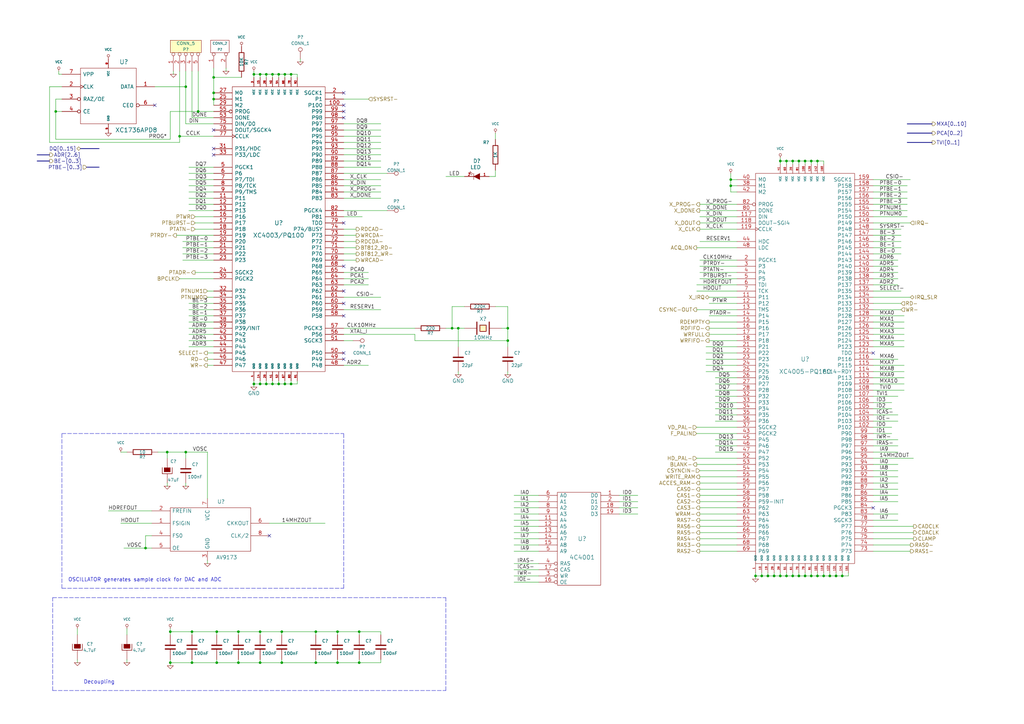
<source format=kicad_sch>
(kicad_sch (version 20250114) (generator "eeschema") (generator_version "9.0")
  (paper "A3")
  (title_block (title "Video") (date "Sun 22 Mar 2015") (rev "2.0B") (company "Kicad EDA") (comment 1 "Xilinxs"))
  (text "Decoupling" (at 34.29 280.67 0) (effects (font (size 1.524 1.524)) (justify left bottom)))
  (text "OSCILLATOR generates sample clock for DAC and ADC" (at 27.94 238.76 0) (effects (font (size 1.524 1.524)) (justify left bottom)))
  (junction (at 320.04 236.22))
  (junction (at 330.2 66.04))
  (junction (at 129.54 271.78) (diameter 0.9144))
  (junction (at 106.68 271.78) (diameter 0.9144))
  (junction (at 115.57 259.08) (diameter 0.9144))
  (junction (at 109.22 157.48))
  (junction (at 119.38 30.48))
  (junction (at 73.66 55.88) (diameter 0.9144))
  (junction (at 119.38 157.48))
  (junction (at 147.32 271.78) (diameter 0.9144))
  (junction (at 97.79 259.08) (diameter 0.9144))
  (junction (at 147.32 259.08) (diameter 0.9144))
  (junction (at 208.28 134.62) (diameter 0.9144))
  (junction (at 106.68 259.08) (diameter 0.9144))
  (junction (at 335.28 236.22))
  (junction (at 97.79 271.78) (diameter 0.9144))
  (junction (at 320.04 66.04))
  (junction (at 327.66 236.22))
  (junction (at 322.58 236.22))
  (junction (at 106.68 30.48))
  (junction (at 87.63 31.75) (diameter 0.9144))
  (junction (at 116.84 157.48))
  (junction (at 87.63 38.1) (diameter 0.9144))
  (junction (at 78.74 271.78) (diameter 0.9144))
  (junction (at 327.66 66.04))
  (junction (at 335.28 66.04))
  (junction (at 340.36 236.22))
  (junction (at 345.44 236.22))
  (junction (at 138.43 271.78) (diameter 0.9144))
  (junction (at 81.28 45.72) (diameter 0.9144))
  (junction (at 322.58 66.04))
  (junction (at 116.84 30.48))
  (junction (at 109.22 30.48))
  (junction (at 337.82 236.22))
  (junction (at 69.85 259.08) (diameter 0.9144))
  (junction (at 76.2 35.56) (diameter 0.9144))
  (junction (at 104.14 30.48))
  (junction (at 138.43 259.08) (diameter 0.9144))
  (junction (at 114.3 157.48))
  (junction (at 299.72 76.2) (diameter 0.9144))
  (junction (at 69.85 271.78) (diameter 0.9144))
  (junction (at 129.54 259.08) (diameter 0.9144))
  (junction (at 317.5 236.22))
  (junction (at 111.76 30.48))
  (junction (at 76.2 185.42) (diameter 0.9144))
  (junction (at 299.72 73.66) (diameter 0.9144))
  (junction (at 185.42 134.62) (diameter 0.9144))
  (junction (at 115.57 271.78) (diameter 0.9144))
  (junction (at 309.88 236.22))
  (junction (at 104.14 157.48))
  (junction (at 78.74 259.08) (diameter 0.9144))
  (junction (at 111.76 157.48))
  (junction (at 88.9 259.08) (diameter 0.9144))
  (junction (at 325.12 236.22))
  (junction (at 314.96 236.22))
  (junction (at 22.86 45.72) (diameter 0.9144))
  (junction (at 88.9 271.78) (diameter 0.9144))
  (junction (at 59.69 224.79) (diameter 0.9144))
  (junction (at 332.74 236.22))
  (junction (at 332.74 66.04))
  (junction (at 312.42 236.22))
  (junction (at 325.12 66.04))
  (junction (at 114.3 30.48))
  (junction (at 68.58 185.42) (diameter 0.9144))
  (junction (at 187.96 134.62) (diameter 0.9144))
  (junction (at 106.68 157.48))
  (junction (at 87.63 40.64) (diameter 0.9144))
  (junction (at 342.9 236.22))
  (junction (at 208.28 139.7) (diameter 0.9144))
  (junction (at 330.2 236.22))
  (no_connect (at 140.97 119.38))
  (no_connect (at 140.97 45.72))
  (no_connect (at 140.97 109.22))
  (no_connect (at 87.63 60.96))
  (no_connect (at 140.97 43.18))
  (no_connect (at 140.97 38.1))
  (no_connect (at 358.14 144.78))
  (no_connect (at 140.97 129.54))
  (no_connect (at 140.97 147.32))
  (no_connect (at 140.97 124.46))
  (no_connect (at 358.14 208.28))
  (no_connect (at 63.5 43.18))
  (no_connect (at 140.97 144.78))
  (no_connect (at 87.63 63.5))
  (no_connect (at 140.97 91.44))
  (no_connect (at 110.49 219.71))
  (no_connect (at 140.97 48.26))
  (no_connect (at 87.63 53.34))
  (wire (pts (xy 76.2 185.42) (xy 85.09 185.42)))
  (wire (pts (xy 330.2 66.04) (xy 330.2 67.31)))
  (wire (pts (xy 345.44 234.95) (xy 345.44 236.22)))
  (wire (pts (xy 73.66 55.88) (xy 87.63 55.88)))
  (wire (pts (xy 129.54 271.78) (xy 138.43 271.78)))
  (wire (pts (xy 342.9 236.22) (xy 345.44 236.22)))
  (wire (pts (xy 85.09 149.86) (xy 87.63 149.86)))
  (wire (pts (xy 220.98 220.98) (xy 210.82 220.98)))
  (wire (pts (xy 287.02 210.82) (xy 302.26 210.82)))
  (wire (pts (xy 78.74 29.21) (xy 78.74 48.26)))
  (wire (pts (xy 358.14 162.56) (xy 368.3 162.56)))
  (wire (pts (xy 87.63 132.08) (xy 77.47 132.08)))
  (wire (pts (xy 327.66 66.04) (xy 330.2 66.04)))
  (wire (pts (xy 78.74 48.26) (xy 87.63 48.26)))
  (wire (pts (xy 203.2 54.61) (xy 203.2 57.15)))
  (wire (pts (xy 208.28 125.73) (xy 208.28 134.62)))
  (wire (pts (xy 358.14 139.7) (xy 370.84 139.7)))
  (wire (pts (xy 140.97 101.6) (xy 146.05 101.6)))
  (wire (pts (xy 347.98 234.95) (xy 347.98 236.22)))
  (wire (pts (xy 337.82 67.31) (xy 337.82 66.04)))
  (wire (pts (xy 302.26 152.4) (xy 289.56 152.4)))
  (wire (pts (xy 24.13 30.48) (xy 25.4 30.48)))
  (wire (pts (xy 302.26 137.16) (xy 290.83 137.16)))
  (wire (pts (xy 109.22 157.48) (xy 111.76 157.48)))
  (wire (pts (xy 342.9 234.95) (xy 342.9 236.22)))
  (wire (pts (xy 68.58 199.39) (xy 68.58 198.12)))
  (wire (pts (xy 299.72 78.74) (xy 302.26 78.74)))
  (wire (pts (xy 358.14 177.8) (xy 365.76 177.8)))
  (wire (pts (xy 368.3 182.88) (xy 358.14 182.88)))
  (wire (pts (xy 287.02 208.28) (xy 302.26 208.28)))
  (wire (pts (xy 140.97 121.92) (xy 156.21 121.92)))
  (wire (pts (xy 358.14 154.94) (xy 370.84 154.94)))
  (wire (pts (xy 104.14 157.48) (xy 106.68 157.48)))
  (wire (pts (xy 77.47 76.2) (xy 87.63 76.2)))
  (wire (pts (xy 52.07 271.78) (xy 52.07 270.51)))
  (wire (pts (xy 358.14 147.32) (xy 368.3 147.32)))
  (wire (pts (xy 140.97 50.8) (xy 156.21 50.8)))
  (wire (pts (xy 115.57 259.08) (xy 115.57 260.35)))
  (wire (pts (xy 109.22 30.48) (xy 111.76 30.48)))
  (wire (pts (xy 358.14 187.96) (xy 374.65 187.96)))
  (wire (pts (xy 114.3 156.21) (xy 114.3 157.48)))
  (wire (pts (xy 123.19 24.13) (xy 123.19 25.4)))
  (wire (pts (xy 358.14 175.26) (xy 365.76 175.26)))
  (wire (pts (xy 287.02 193.04) (xy 302.26 193.04)))
  (wire (pts (xy 299.72 73.66) (xy 302.26 73.66)))
  (wire (pts (xy 330.2 66.04) (xy 332.74 66.04)))
  (wire (pts (xy 287.02 226.06) (xy 302.26 226.06)))
  (wire (pts (xy 302.26 114.3) (xy 287.02 114.3)))
  (wire (pts (xy 140.97 86.36) (xy 158.75 86.36)))
  (wire (pts (xy 187.96 153.67) (xy 187.96 152.4)))
  (bus (pts (xy 33.02 60.96) (xy 40.64 60.96)))
  (wire (pts (xy 220.98 218.44) (xy 210.82 218.44)))
  (wire (pts (xy 254 210.82) (xy 261.62 210.82)))
  (wire (pts (xy 87.63 139.7) (xy 77.47 139.7)))
  (wire (pts (xy 52.07 185.42) (xy 49.53 185.42)))
  (wire (pts (xy 140.97 104.14) (xy 146.05 104.14)))
  (wire (pts (xy 287.02 203.2) (xy 302.26 203.2)))
  (wire (pts (xy 106.68 156.21) (xy 106.68 157.48)))
  (wire (pts (xy 220.98 205.74) (xy 210.82 205.74)))
  (wire (pts (xy 20.32 35.56) (xy 20.32 58.42)))
  (wire (pts (xy 119.38 30.48) (xy 119.38 31.75)))
  (wire (pts (xy 140.97 53.34) (xy 156.21 53.34)))
  (wire (pts (xy 87.63 129.54) (xy 77.47 129.54)))
  (wire (pts (xy 140.97 78.74) (xy 156.21 78.74)))
  (wire (pts (xy 302.26 147.32) (xy 289.56 147.32)))
  (wire (pts (xy 293.37 167.64) (xy 302.26 167.64)))
  (wire (pts (xy 111.76 30.48) (xy 111.76 31.75)))
  (wire (pts (xy 138.43 271.78) (xy 147.32 271.78)))
  (wire (pts (xy 358.14 223.52) (xy 373.38 223.52)))
  (wire (pts (xy 299.72 71.12) (xy 299.72 73.66)))
  (wire (pts (xy 69.85 45.72) (xy 81.28 45.72)))
  (wire (pts (xy 140.97 73.66) (xy 156.21 73.66)))
  (wire (pts (xy 293.37 185.42) (xy 302.26 185.42)))
  (wire (pts (xy 290.83 134.62) (xy 302.26 134.62)))
  (wire (pts (xy 358.14 160.02) (xy 370.84 160.02)))
  (wire (pts (xy 77.47 86.36) (xy 87.63 86.36)))
  (wire (pts (xy 170.18 139.7) (xy 170.18 137.16)))
  (wire (pts (xy 69.85 271.78) (xy 69.85 273.05)))
  (wire (pts (xy 140.97 68.58) (xy 156.21 68.58)))
  (wire (pts (xy 182.88 72.39) (xy 190.5 72.39)))
  (wire (pts (xy 290.83 139.7) (xy 302.26 139.7)))
  (wire (pts (xy 335.28 236.22) (xy 337.82 236.22)))
  (wire (pts (xy 106.68 157.48) (xy 109.22 157.48)))
  (wire (pts (xy 325.12 236.22) (xy 327.66 236.22)))
  (wire (pts (xy 88.9 259.08) (xy 88.9 260.35)))
  (wire (pts (xy 358.14 215.9) (xy 374.65 215.9)))
  (wire (pts (xy 52.07 257.81) (xy 52.07 260.35)))
  (wire (pts (xy 88.9 270.51) (xy 88.9 271.78)))
  (wire (pts (xy 369.57 96.52) (xy 358.14 96.52)))
  (wire (pts (xy 88.9 271.78) (xy 97.79 271.78)))
  (wire (pts (xy 358.14 134.62) (xy 370.84 134.62)))
  (wire (pts (xy 287.02 93.98) (xy 302.26 93.98)))
  (polyline (pts (xy 25.4 177.8) (xy 140.97 177.8)) (stroke (width 0) (type dash)))
  (wire (pts (xy 368.3 203.2) (xy 358.14 203.2)))
  (wire (pts (xy 140.97 139.7) (xy 144.78 139.7)))
  (wire (pts (xy 368.3 198.12) (xy 358.14 198.12)))
  (wire (pts (xy 358.14 73.66) (xy 373.38 73.66)))
  (wire (pts (xy 320.04 236.22) (xy 322.58 236.22)))
  (wire (pts (xy 156.21 271.78) (xy 156.21 270.51)))
  (wire (pts (xy 87.63 38.1) (xy 87.63 40.64)))
  (wire (pts (xy 129.54 259.08) (xy 138.43 259.08)))
  (wire (pts (xy 140.97 76.2) (xy 156.21 76.2)))
  (wire (pts (xy 80.01 93.98) (xy 87.63 93.98)))
  (wire (pts (xy 335.28 67.31) (xy 335.28 66.04)))
  (wire (pts (xy 220.98 213.36) (xy 210.82 213.36)))
  (wire (pts (xy 140.97 106.68) (xy 146.05 106.68)))
  (wire (pts (xy 24.13 29.21) (xy 24.13 30.48)))
  (wire (pts (xy 358.14 165.1) (xy 365.76 165.1)))
  (wire (pts (xy 115.57 271.78) (xy 129.54 271.78)))
  (wire (pts (xy 77.47 71.12) (xy 87.63 71.12)))
  (wire (pts (xy 88.9 259.08) (xy 97.79 259.08)))
  (wire (pts (xy 87.63 101.6) (xy 74.93 101.6)))
  (wire (pts (xy 111.76 156.21) (xy 111.76 157.48)))
  (wire (pts (xy 147.32 271.78) (xy 156.21 271.78)))
  (wire (pts (xy 302.26 109.22) (xy 287.02 109.22)))
  (wire (pts (xy 372.11 88.9) (xy 358.14 88.9)))
  (wire (pts (xy 140.97 81.28) (xy 156.21 81.28)))
  (wire (pts (xy 372.11 83.82) (xy 358.14 83.82)))
  (wire (pts (xy 358.14 149.86) (xy 370.84 149.86)))
  (wire (pts (xy 254 205.74) (xy 261.62 205.74)))
  (wire (pts (xy 293.37 162.56) (xy 302.26 162.56)))
  (wire (pts (xy 111.76 30.48) (xy 114.3 30.48)))
  (wire (pts (xy 368.3 172.72) (xy 358.14 172.72)))
  (wire (pts (xy 358.14 91.44) (xy 373.38 91.44)))
  (wire (pts (xy 372.11 86.36) (xy 358.14 86.36)))
  (bus (pts (xy 15.24 63.5) (xy 20.32 63.5)))
  (wire (pts (xy 69.85 259.08) (xy 69.85 260.35)))
  (wire (pts (xy 116.84 30.48) (xy 116.84 31.75)))
  (polyline (pts (xy 25.4 241.3) (xy 140.97 241.3)) (stroke (width 0) (type dash)))
  (wire (pts (xy 299.72 73.66) (xy 299.72 76.2)))
  (wire (pts (xy 80.01 88.9) (xy 87.63 88.9)))
  (wire (pts (xy 119.38 30.48) (xy 121.92 30.48)))
  (wire (pts (xy 78.74 260.35) (xy 78.74 259.08)))
  (wire (pts (xy 59.69 224.79) (xy 59.69 219.71)))
  (wire (pts (xy 358.14 121.92) (xy 373.38 121.92)))
  (wire (pts (xy 337.82 66.04) (xy 335.28 66.04)))
  (wire (pts (xy 312.42 236.22) (xy 314.96 236.22)))
  (wire (pts (xy 50.8 224.79) (xy 59.69 224.79)))
  (wire (pts (xy 115.57 270.51) (xy 115.57 271.78)))
  (wire (pts (xy 287.02 215.9) (xy 302.26 215.9)))
  (wire (pts (xy 340.36 236.22) (xy 342.9 236.22)))
  (wire (pts (xy 71.12 30.48) (xy 71.12 29.21)))
  (wire (pts (xy 69.85 271.78) (xy 78.74 271.78)))
  (wire (pts (xy 140.97 111.76) (xy 151.13 111.76)))
  (wire (pts (xy 358.14 142.24) (xy 370.84 142.24)))
  (bus (pts (xy 372.11 50.8) (xy 382.27 50.8)))
  (wire (pts (xy 220.98 238.76) (xy 210.82 238.76)))
  (wire (pts (xy 77.47 83.82) (xy 87.63 83.82)))
  (wire (pts (xy 140.97 99.06) (xy 146.05 99.06)))
  (wire (pts (xy 140.97 88.9) (xy 148.59 88.9)))
  (wire (pts (xy 138.43 259.08) (xy 147.32 259.08)))
  (wire (pts (xy 77.47 81.28) (xy 87.63 81.28)))
  (wire (pts (xy 285.75 177.8) (xy 302.26 177.8)))
  (wire (pts (xy 287.02 223.52) (xy 302.26 223.52)))
  (wire (pts (xy 140.97 93.98) (xy 146.05 93.98)))
  (wire (pts (xy 205.74 134.62) (xy 208.28 134.62)))
  (wire (pts (xy 368.3 210.82) (xy 358.14 210.82)))
  (wire (pts (xy 182.88 134.62) (xy 185.42 134.62)))
  (bus (pts (xy 15.24 66.04) (xy 20.32 66.04)))
  (wire (pts (xy 104.14 30.48) (xy 106.68 30.48)))
  (wire (pts (xy 358.14 132.08) (xy 370.84 132.08)))
  (wire (pts (xy 156.21 127) (xy 140.97 127)))
  (wire (pts (xy 287.02 200.66) (xy 302.26 200.66)))
  (wire (pts (xy 287.02 88.9) (xy 302.26 88.9)))
  (wire (pts (xy 322.58 66.04) (xy 325.12 66.04)))
  (wire (pts (xy 77.47 73.66) (xy 87.63 73.66)))
  (wire (pts (xy 309.88 236.22) (xy 312.42 236.22)))
  (wire (pts (xy 368.3 205.74) (xy 358.14 205.74)))
  (wire (pts (xy 317.5 234.95) (xy 317.5 236.22)))
  (wire (pts (xy 85.09 144.78) (xy 87.63 144.78)))
  (wire (pts (xy 335.28 234.95) (xy 335.28 236.22)))
  (wire (pts (xy 325.12 66.04) (xy 327.66 66.04)))
  (wire (pts (xy 208.28 134.62) (xy 208.28 139.7)))
  (wire (pts (xy 87.63 27.94) (xy 87.63 31.75)))
  (wire (pts (xy 104.14 156.21) (xy 104.14 157.48)))
  (polyline (pts (xy 21.59 283.21) (xy 182.88 283.21)) (stroke (width 0) (type dash)))
  (wire (pts (xy 76.2 35.56) (xy 76.2 50.8)))
  (wire (pts (xy 20.32 58.42) (xy 73.66 58.42)))
  (wire (pts (xy 114.3 30.48) (xy 116.84 30.48)))
  (wire (pts (xy 187.96 134.62) (xy 187.96 142.24)))
  (wire (pts (xy 302.26 99.06) (xy 287.02 99.06)))
  (wire (pts (xy 358.14 106.68) (xy 368.3 106.68)))
  (wire (pts (xy 119.38 156.21) (xy 119.38 157.48)))
  (wire (pts (xy 322.58 66.04) (xy 322.58 67.31)))
  (wire (pts (xy 78.74 270.51) (xy 78.74 271.78)))
  (wire (pts (xy 320.04 66.04) (xy 320.04 67.31)))
  (wire (pts (xy 85.09 147.32) (xy 87.63 147.32)))
  (wire (pts (xy 85.09 119.38) (xy 87.63 119.38)))
  (wire (pts (xy 119.38 157.48) (xy 121.92 157.48)))
  (wire (pts (xy 140.97 116.84) (xy 151.13 116.84)))
  (wire (pts (xy 340.36 234.95) (xy 340.36 236.22)))
  (wire (pts (xy 285.75 187.96) (xy 302.26 187.96)))
  (wire (pts (xy 358.14 129.54) (xy 370.84 129.54)))
  (wire (pts (xy 220.98 215.9) (xy 210.82 215.9)))
  (wire (pts (xy 92.71 29.21) (xy 92.71 27.94)))
  (wire (pts (xy 76.2 185.42) (xy 76.2 187.96)))
  (wire (pts (xy 293.37 165.1) (xy 302.26 165.1)))
  (wire (pts (xy 314.96 234.95) (xy 314.96 236.22)))
  (wire (pts (xy 368.3 180.34) (xy 358.14 180.34)))
  (wire (pts (xy 22.86 40.64) (xy 22.86 45.72)))
  (wire (pts (xy 104.14 29.21) (xy 104.14 30.48)))
  (wire (pts (xy 76.2 199.39) (xy 76.2 198.12)))
  (wire (pts (xy 72.39 96.52) (xy 87.63 96.52)))
  (wire (pts (xy 44.45 209.55) (xy 62.23 209.55)))
  (wire (pts (xy 369.57 104.14) (xy 358.14 104.14)))
  (polyline (pts (xy 21.59 245.11) (xy 182.88 245.11)) (stroke (width 0) (type dash)))
  (wire (pts (xy 345.44 236.22) (xy 347.98 236.22)))
  (wire (pts (xy 77.47 68.58) (xy 87.63 68.58)))
  (wire (pts (xy 151.13 149.86) (xy 140.97 149.86)))
  (wire (pts (xy 287.02 86.36) (xy 302.26 86.36)))
  (wire (pts (xy 109.22 156.21) (xy 109.22 157.48)))
  (wire (pts (xy 372.11 78.74) (xy 358.14 78.74)))
  (wire (pts (xy 116.84 156.21) (xy 116.84 157.48)))
  (wire (pts (xy 302.26 142.24) (xy 289.56 142.24)))
  (wire (pts (xy 63.5 35.56) (xy 76.2 35.56)))
  (wire (pts (xy 87.63 134.62) (xy 77.47 134.62)))
  (wire (pts (xy 220.98 226.06) (xy 210.82 226.06)))
  (wire (pts (xy 31.75 271.78) (xy 31.75 270.51)))
  (wire (pts (xy 69.85 57.15) (xy 69.85 45.72)))
  (wire (pts (xy 368.3 190.5) (xy 358.14 190.5)))
  (wire (pts (xy 187.96 134.62) (xy 190.5 134.62)))
  (wire (pts (xy 147.32 259.08) (xy 147.32 260.35)))
  (wire (pts (xy 104.14 157.48) (xy 104.14 158.75)))
  (wire (pts (xy 368.3 213.36) (xy 358.14 213.36)))
  (wire (pts (xy 111.76 157.48) (xy 114.3 157.48)))
  (wire (pts (xy 116.84 30.48) (xy 119.38 30.48)))
  (wire (pts (xy 325.12 66.04) (xy 325.12 67.31)))
  (wire (pts (xy 287.02 83.82) (xy 302.26 83.82)))
  (wire (pts (xy 185.42 125.73) (xy 190.5 125.73)))
  (wire (pts (xy 358.14 119.38) (xy 369.57 119.38)))
  (wire (pts (xy 287.02 106.68) (xy 302.26 106.68)))
  (wire (pts (xy 322.58 236.22) (xy 325.12 236.22)))
  (wire (pts (xy 309.88 234.95) (xy 309.88 236.22)))
  (wire (pts (xy 208.28 139.7) (xy 208.28 142.24)))
  (wire (pts (xy 25.4 45.72) (xy 22.86 45.72)))
  (wire (pts (xy 129.54 259.08) (xy 129.54 260.35)))
  (wire (pts (xy 85.09 185.42) (xy 85.09 204.47)))
  (wire (pts (xy 185.42 125.73) (xy 185.42 134.62)))
  (wire (pts (xy 68.58 185.42) (xy 76.2 185.42)))
  (wire (pts (xy 106.68 30.48) (xy 106.68 31.75)))
  (wire (pts (xy 358.14 167.64) (xy 365.76 167.64)))
  (wire (pts (xy 327.66 66.04) (xy 327.66 67.31)))
  (wire (pts (xy 293.37 172.72) (xy 302.26 172.72)))
  (wire (pts (xy 358.14 218.44) (xy 374.65 218.44)))
  (bus (pts (xy 35.56 68.58) (xy 40.64 68.58)))
  (wire (pts (xy 77.47 78.74) (xy 87.63 78.74)))
  (wire (pts (xy 68.58 185.42) (xy 68.58 187.96)))
  (wire (pts (xy 368.3 111.76) (xy 358.14 111.76)))
  (wire (pts (xy 109.22 30.48) (xy 109.22 31.75)))
  (wire (pts (xy 22.86 45.72) (xy 22.86 57.15)))
  (wire (pts (xy 49.53 214.63) (xy 62.23 214.63)))
  (wire (pts (xy 337.82 236.22) (xy 340.36 236.22)))
  (wire (pts (xy 87.63 99.06) (xy 74.93 99.06)))
  (wire (pts (xy 59.69 219.71) (xy 62.23 219.71)))
  (bus (pts (xy 372.11 54.61) (xy 382.27 54.61)))
  (wire (pts (xy 287.02 198.12) (xy 302.26 198.12)))
  (wire (pts (xy 140.97 55.88) (xy 156.21 55.88)))
  (wire (pts (xy 320.04 234.95) (xy 320.04 236.22)))
  (wire (pts (xy 156.21 259.08) (xy 156.21 260.35)))
  (wire (pts (xy 85.09 121.92) (xy 87.63 121.92)))
  (wire (pts (xy 293.37 182.88) (xy 302.26 182.88)))
  (wire (pts (xy 368.3 195.58) (xy 358.14 195.58)))
  (wire (pts (xy 185.42 134.62) (xy 187.96 134.62)))
  (wire (pts (xy 140.97 96.52) (xy 146.05 96.52)))
  (wire (pts (xy 287.02 220.98) (xy 302.26 220.98)))
  (wire (pts (xy 138.43 271.78) (xy 138.43 270.51)))
  (wire (pts (xy 302.26 149.86) (xy 289.56 149.86)))
  (wire (pts (xy 327.66 234.95) (xy 327.66 236.22)))
  (wire (pts (xy 106.68 259.08) (xy 106.68 260.35)))
  (wire (pts (xy 332.74 236.22) (xy 335.28 236.22)))
  (wire (pts (xy 64.77 185.42) (xy 68.58 185.42)))
  (wire (pts (xy 140.97 134.62) (xy 170.18 134.62)))
  (wire (pts (xy 104.14 30.48) (xy 104.14 31.75)))
  (wire (pts (xy 73.66 58.42) (xy 73.66 55.88)))
  (wire (pts (xy 220.98 203.2) (xy 210.82 203.2)))
  (wire (pts (xy 287.02 195.58) (xy 302.26 195.58)))
  (wire (pts (xy 368.3 114.3) (xy 358.14 114.3)))
  (wire (pts (xy 81.28 45.72) (xy 87.63 45.72)))
  (wire (pts (xy 129.54 271.78) (xy 129.54 270.51)))
  (wire (pts (xy 299.72 76.2) (xy 302.26 76.2)))
  (wire (pts (xy 78.74 271.78) (xy 88.9 271.78)))
  (wire (pts (xy 358.14 226.06) (xy 373.38 226.06)))
  (wire (pts (xy 147.32 259.08) (xy 156.21 259.08)))
  (wire (pts (xy 97.79 259.08) (xy 106.68 259.08)))
  (wire (pts (xy 358.14 124.46) (xy 369.57 124.46)))
  (wire (pts (xy 106.68 271.78) (xy 115.57 271.78)))
  (wire (pts (xy 368.3 185.42) (xy 358.14 185.42)))
  (wire (pts (xy 59.69 224.79) (xy 62.23 224.79)))
  (wire (pts (xy 325.12 234.95) (xy 325.12 236.22)))
  (wire (pts (xy 106.68 30.48) (xy 109.22 30.48)))
  (wire (pts (xy 285.75 116.84) (xy 302.26 116.84)))
  (wire (pts (xy 254 203.2) (xy 261.62 203.2)))
  (wire (pts (xy 293.37 170.18) (xy 302.26 170.18)))
  (wire (pts (xy 302.26 124.46) (xy 290.83 124.46)))
  (wire (pts (xy 309.88 236.22) (xy 309.88 237.49)))
  (wire (pts (xy 293.37 180.34) (xy 302.26 180.34)))
  (wire (pts (xy 31.75 257.81) (xy 31.75 260.35)))
  (wire (pts (xy 110.49 214.63) (xy 133.35 214.63)))
  (wire (pts (xy 302.26 129.54) (xy 290.83 129.54)))
  (wire (pts (xy 106.68 259.08) (xy 115.57 259.08)))
  (wire (pts (xy 220.98 231.14) (xy 210.82 231.14)))
  (wire (pts (xy 220.98 236.22) (xy 210.82 236.22)))
  (wire (pts (xy 322.58 234.95) (xy 322.58 236.22)))
  (wire (pts (xy 114.3 157.48) (xy 116.84 157.48)))
  (wire (pts (xy 81.28 29.21) (xy 81.28 45.72)))
  (wire (pts (xy 106.68 270.51) (xy 106.68 271.78)))
  (wire (pts (xy 87.63 127) (xy 77.47 127)))
  (wire (pts (xy 332.74 234.95) (xy 332.74 236.22)))
  (wire (pts (xy 121.92 30.48) (xy 121.92 31.75)))
  (wire (pts (xy 69.85 270.51) (xy 69.85 271.78)))
  (wire (pts (xy 220.98 223.52) (xy 210.82 223.52)))
  (wire (pts (xy 203.2 125.73) (xy 208.28 125.73)))
  (wire (pts (xy 147.32 271.78) (xy 147.32 270.51)))
  (wire (pts (xy 114.3 30.48) (xy 114.3 31.75)))
  (wire (pts (xy 140.97 60.96) (xy 156.21 60.96)))
  (wire (pts (xy 69.85 257.81) (xy 69.85 259.08)))
  (wire (pts (xy 368.3 193.04) (xy 358.14 193.04)))
  (wire (pts (xy 320.04 64.77) (xy 320.04 66.04)))
  (wire (pts (xy 358.14 137.16) (xy 370.84 137.16)))
  (wire (pts (xy 293.37 160.02) (xy 302.26 160.02)))
  (polyline (pts (xy 182.88 283.21) (xy 182.88 245.11)) (stroke (width 0) (type dash)))
  (wire (pts (xy 285.75 190.5) (xy 302.26 190.5)))
  (wire (pts (xy 208.28 152.4) (xy 208.28 153.67)))
  (wire (pts (xy 320.04 66.04) (xy 322.58 66.04)))
  (wire (pts (xy 285.75 119.38) (xy 302.26 119.38)))
  (wire (pts (xy 372.11 76.2) (xy 358.14 76.2)))
  (wire (pts (xy 140.97 66.04) (xy 156.21 66.04)))
  (wire (pts (xy 302.26 144.78) (xy 289.56 144.78)))
  (wire (pts (xy 87.63 104.14) (xy 74.93 104.14)))
  (wire (pts (xy 220.98 208.28) (xy 210.82 208.28)))
  (wire (pts (xy 203.2 72.39) (xy 203.2 69.85)))
  (wire (pts (xy 140.97 114.3) (xy 151.13 114.3)))
  (wire (pts (xy 314.96 236.22) (xy 317.5 236.22)))
  (wire (pts (xy 87.63 40.64) (xy 87.63 43.18)))
  (wire (pts (xy 220.98 210.82) (xy 210.82 210.82)))
  (wire (pts (xy 87.63 142.24) (xy 77.47 142.24)))
  (wire (pts (xy 302.26 111.76) (xy 287.02 111.76)))
  (wire (pts (xy 285.75 175.26) (xy 302.26 175.26)))
  (wire (pts (xy 369.57 99.06) (xy 358.14 99.06)))
  (wire (pts (xy 372.11 81.28) (xy 358.14 81.28)))
  (wire (pts (xy 369.57 93.98) (xy 358.14 93.98)))
  (wire (pts (xy 287.02 218.44) (xy 302.26 218.44)))
  (wire (pts (xy 299.72 76.2) (xy 299.72 78.74)))
  (wire (pts (xy 368.3 109.22) (xy 358.14 109.22)))
  (wire (pts (xy 327.66 236.22) (xy 330.2 236.22)))
  (wire (pts (xy 138.43 259.08) (xy 138.43 260.35)))
  (wire (pts (xy 332.74 66.04) (xy 332.74 67.31)))
  (wire (pts (xy 358.14 220.98) (xy 374.65 220.98)))
  (wire (pts (xy 87.63 114.3) (xy 73.66 114.3)))
  (wire (pts (xy 254 208.28) (xy 261.62 208.28)))
  (wire (pts (xy 87.63 31.75) (xy 87.63 38.1)))
  (wire (pts (xy 220.98 233.68) (xy 210.82 233.68)))
  (wire (pts (xy 302.26 121.92) (xy 290.83 121.92)))
  (wire (pts (xy 302.26 132.08) (xy 290.83 132.08)))
  (wire (pts (xy 151.13 40.64) (xy 140.97 40.64)))
  (wire (pts (xy 312.42 234.95) (xy 312.42 236.22)))
  (polyline (pts (xy 25.4 241.3) (xy 25.4 177.8)) (stroke (width 0) (type dash)))
  (bus (pts (xy 372.11 58.42) (xy 382.27 58.42)))
  (polyline (pts (xy 21.59 283.21) (xy 21.59 245.11)) (stroke (width 0) (type dash)))
  (wire (pts (xy 97.79 271.78) (xy 106.68 271.78)))
  (wire (pts (xy 287.02 205.74) (xy 302.26 205.74)))
  (wire (pts (xy 208.28 139.7) (xy 170.18 139.7)))
  (wire (pts (xy 73.66 29.21) (xy 73.66 55.88)))
  (wire (pts (xy 22.86 57.15) (xy 69.85 57.15)))
  (wire (pts (xy 80.01 91.44) (xy 87.63 91.44)))
  (wire (pts (xy 337.82 234.95) (xy 337.82 236.22)))
  (wire (pts (xy 87.63 31.75) (xy 99.06 31.75)))
  (wire (pts (xy 200.66 72.39) (xy 203.2 72.39)))
  (wire (pts (xy 287.02 213.36) (xy 302.26 213.36)))
  (wire (pts (xy 87.63 124.46) (xy 77.47 124.46)))
  (wire (pts (xy 87.63 137.16) (xy 77.47 137.16)))
  (wire (pts (xy 358.14 127) (xy 369.57 127)))
  (wire (pts (xy 358.14 152.4) (xy 370.84 152.4)))
  (wire (pts (xy 25.4 35.56) (xy 20.32 35.56)))
  (wire (pts (xy 87.63 106.68) (xy 74.93 106.68)))
  (wire (pts (xy 358.14 157.48) (xy 370.84 157.48)))
  (wire (pts (xy 332.74 66.04) (xy 335.28 66.04)))
  (wire (pts (xy 97.79 270.51) (xy 97.79 271.78)))
  (wire (pts (xy 116.84 157.48) (xy 119.38 157.48)))
  (polyline (pts (xy 140.97 241.3) (xy 140.97 177.8)) (stroke (width 0) (type dash)))
  (wire (pts (xy 368.3 170.18) (xy 358.14 170.18)))
  (wire (pts (xy 285.75 101.6) (xy 302.26 101.6)))
  (wire (pts (xy 285.75 127) (xy 302.26 127)))
  (wire (pts (xy 140.97 71.12) (xy 158.75 71.12)))
  (wire (pts (xy 369.57 101.6) (xy 358.14 101.6)))
  (wire (pts (xy 25.4 40.64) (xy 22.86 40.64)))
  (wire (pts (xy 330.2 236.22) (xy 332.74 236.22)))
  (wire (pts (xy 85.09 229.87) (xy 85.09 231.14)))
  (wire (pts (xy 76.2 50.8) (xy 87.63 50.8)))
  (wire (pts (xy 140.97 63.5) (xy 156.21 63.5)))
  (wire (pts (xy 69.85 259.08) (xy 78.74 259.08)))
  (wire (pts (xy 76.2 29.21) (xy 76.2 35.56)))
  (wire (pts (xy 368.3 116.84) (xy 358.14 116.84)))
  (wire (pts (xy 121.92 157.48) (xy 121.92 156.21)))
  (wire (pts (xy 287.02 91.44) (xy 302.26 91.44)))
  (wire (pts (xy 78.74 259.08) (xy 88.9 259.08)))
  (wire (pts (xy 115.57 259.08) (xy 129.54 259.08)))
  (wire (pts (xy 317.5 236.22) (xy 320.04 236.22)))
  (wire (pts (xy 330.2 234.95) (xy 330.2 236.22)))
  (wire (pts (xy 368.3 200.66) (xy 358.14 200.66)))
  (wire (pts (xy 80.01 111.76) (xy 87.63 111.76)))
  (wire (pts (xy 302.26 154.94) (xy 293.37 154.94)))
  (wire (pts (xy 140.97 58.42) (xy 156.21 58.42)))
  (wire (pts (xy 170.18 137.16) (xy 140.97 137.16)))
  (wire (pts (xy 97.79 260.35) (xy 97.79 259.08)))
  (wire (pts (xy 302.26 157.48) (xy 293.37 157.48)))
  (label "X_CLK" (at 143.51 73.66 0) (effects (font (size 1.524 1.524))))
  (label "TVI0" (at 360.68 160.02 0) (effects (font (size 1.524 1.524))))
  (label "DQ1" (at 80.01 83.82 0) (effects (font (size 1.524 1.524))))
  (label "CSIO-" (at 146.05 121.92 0) (effects (font (size 1.524 1.524))))
  (label "BE-0" (at 360.68 104.14 0) (effects (font (size 1.524 1.524))))
  (label "IA9" (at 213.36 226.06 0) (effects (font (size 1.524 1.524))))
  (label "IA3" (at 360.68 200.66 0) (effects (font (size 1.524 1.524))))
  (label "BE-3" (at 78.74 124.46 0) (effects (font (size 1.524 1.524))))
  (label "RESERV1" (at 143.51 127 0) (effects (font (size 1.524 1.524))))
  (label "DQ11" (at 146.05 58.42 0) (effects (font (size 1.524 1.524))))
  (label "DQ0" (at 80.01 86.36 0) (effects (font (size 1.524 1.524))))
  (label "ID2" (at 255.27 208.28 0) (effects (font (size 1.524 1.524))))
  (label "MXA8" (at 360.68 152.4 0) (effects (font (size 1.524 1.524))))
  (label "MXA2" (at 360.68 134.62 0) (effects (font (size 1.524 1.524))))
  (label "DONE" (at 78.74 48.26 0) (effects (font (size 1.524 1.524))))
  (label "ADR5" (at 78.74 137.16 0) (effects (font (size 1.524 1.524))))
  (label "MXA1" (at 360.68 132.08 0) (effects (font (size 1.524 1.524))))
  (label "PTBE-2" (at 360.68 81.28 0) (effects (font (size 1.524 1.524))))
  (label "BE-0" (at 78.74 132.08 0) (effects (font (size 1.524 1.524))))
  (label "14MHZOUT" (at 115.57 214.63 0) (effects (font (size 1.524 1.524))))
  (label "DQ5" (at 80.01 76.2 0) (effects (font (size 1.524 1.524))))
  (label "PTBE-1" (at 76.2 101.6 0) (effects (font (size 1.524 1.524))))
  (label "IRAS-" (at 359.41 182.88 0) (effects (font (size 1.524 1.524))))
  (label "HDOUT" (at 288.29 119.38 0) (effects (font (size 1.524 1.524))))
  (label "ADR6" (at 360.68 106.68 0) (effects (font (size 1.524 1.524))))
  (label "X_PROG-" (at 289.56 83.82 0) (effects (font (size 1.524 1.524))))
  (label "DQ1" (at 292.1 144.78 0) (effects (font (size 1.524 1.524))))
  (label "ADR2" (at 142.24 149.86 0) (effects (font (size 1.524 1.524))))
  (label "PTBE-3" (at 360.68 83.82 0) (effects (font (size 1.524 1.524))))
  (label "PCA1" (at 143.51 114.3 0) (effects (font (size 1.524 1.524))))
  (label "IA4" (at 213.36 213.36 0) (effects (font (size 1.524 1.524))))
  (label "DQ4" (at 292.1 152.4 0) (effects (font (size 1.524 1.524))))
  (label "ADR3" (at 360.68 114.3 0) (effects (font (size 1.524 1.524))))
  (label "MXA6" (at 360.68 147.32 0) (effects (font (size 1.524 1.524))))
  (label "DIN" (at 77.47 50.8 0) (effects (font (size 1.524 1.524))))
  (label "MXA4" (at 360.68 139.7 0) (effects (font (size 1.524 1.524))))
  (label "IA7" (at 360.68 213.36 0) (effects (font (size 1.524 1.524))))
  (label "DQ11" (at 294.64 170.18 0) (effects (font (size 1.524 1.524))))
  (label "DQ2" (at 80.01 81.28 0) (effects (font (size 1.524 1.524))))
  (label "DQ9" (at 294.64 165.1 0) (effects (font (size 1.524 1.524))))
  (label "X_DONE" (at 289.56 86.36 0) (effects (font (size 1.524 1.524))))
  (label "PTADR-" (at 290.83 129.54 0) (effects (font (size 1.524 1.524))))
  (label "HDREFOUT" (at 44.45 209.55 0) (effects (font (size 1.524 1.524))))
  (label "IA8" (at 213.36 223.52 0) (effects (font (size 1.524 1.524))))
  (label "IA2" (at 360.68 198.12 0) (effects (font (size 1.524 1.524))))
  (label "ADR4" (at 360.68 111.76 0) (effects (font (size 1.524 1.524))))
  (label "BE-1" (at 360.68 101.6 0) (effects (font (size 1.524 1.524))))
  (label "DQ7" (at 80.01 68.58 0) (effects (font (size 1.524 1.524))))
  (label "PTNUM0" (at 360.68 88.9 0) (effects (font (size 1.524 1.524))))
  (label "ID1" (at 255.27 205.74 0) (effects (font (size 1.524 1.524))))
  (label "HDOUT" (at 49.53 214.63 0) (effects (font (size 1.524 1.524))))
  (label "X_DIN" (at 289.56 88.9 0) (effects (font (size 1.524 1.524))))
  (label "IA1" (at 360.68 195.58 0) (effects (font (size 1.524 1.524))))
  (label "MXA5" (at 360.68 142.24 0) (effects (font (size 1.524 1.524))))
  (label "DQ9" (at 146.05 53.34 0) (effects (font (size 1.524 1.524))))
  (label "IA8" (at 360.68 193.04 0) (effects (font (size 1.524 1.524))))
  (label "DQ0" (at 292.1 142.24 0) (effects (font (size 1.524 1.524))))
  (label "MXA0" (at 360.68 129.54 0) (effects (font (size 1.524 1.524))))
  (label "RESERV1" (at 289.56 99.06 0) (effects (font (size 1.524 1.524))))
  (label "DQ5" (at 294.64 154.94 0) (effects (font (size 1.524 1.524))))
  (label "PTBE-3" (at 76.2 106.68 0) (effects (font (size 1.524 1.524))))
  (label "ICAS-" (at 359.41 170.18 0) (effects (font (size 1.524 1.524))))
  (label "VOSC" (at 52.07 224.79 0) (effects (font (size 1.524 1.524))))
  (label "TVI1" (at 359.41 162.56 0) (effects (font (size 1.524 1.524))))
  (label "ADR5" (at 360.68 109.22 0) (effects (font (size 1.524 1.524))))
  (label "ADR2" (at 360.68 116.84 0) (effects (font (size 1.524 1.524))))
  (label "DQ14" (at 146.05 68.58 0) (effects (font (size 1.524 1.524))))
  (label "IA7" (at 213.36 220.98 0) (effects (font (size 1.524 1.524))))
  (label "LED" (at 142.24 88.9 0) (effects (font (size 1.524 1.524))))
  (label "DQ15" (at 146.05 66.04 0) (effects (font (size 1.524 1.524))))
  (label "ICAS-" (at 212.09 233.68 0) (effects (font (size 1.524 1.524))))
  (label "MXA7" (at 360.68 149.86 0) (effects (font (size 1.524 1.524))))
  (label "MXA9" (at 360.68 154.94 0) (effects (font (size 1.524 1.524))))
  (label "PCA0" (at 143.51 111.76 0) (effects (font (size 1.524 1.524))))
  (label "VOSC" (at 85.09 185.42 180) (effects (font (size 1.524 1.524))))
  (label "CLK10MHz" (at 288.29 106.68 0) (effects (font (size 1.524 1.524))))
  (label "X_DOUT" (at 289.56 91.44 0) (effects (font (size 1.524 1.524))))
  (label "IA5" (at 213.36 215.9 0) (effects (font (size 1.524 1.524))))
  (label "PCA2" (at 143.51 116.84 0) (effects (font (size 1.524 1.524))))
  (label "MXA3" (at 360.68 137.16 0) (effects (font (size 1.524 1.524))))
  (label "DQ8" (at 146.05 50.8 0) (effects (font (size 1.524 1.524))))
  (label "PTWR" (at 292.1 124.46 0) (effects (font (size 1.524 1.524))))
  (label "IA6" (at 213.36 218.44 0) (effects (font (size 1.524 1.524))))
  (label "IA4" (at 360.68 203.2 0) (effects (font (size 1.524 1.524))))
  (label "X_PROG-" (at 143.51 78.74 0) (effects (font (size 1.524 1.524))))
  (label "SYSRST-" (at 360.68 93.98 0) (effects (font (size 1.524 1.524))))
  (label "BE-3" (at 360.68 96.52 0) (effects (font (size 1.524 1.524))))
  (label "DQ13" (at 146.05 63.5 0) (effects (font (size 1.524 1.524))))
  (label "XTAL_I" (at 143.51 137.16 0) (effects (font (size 1.524 1.524))))
  (label "DQ12" (at 146.05 60.96 0) (effects (font (size 1.524 1.524))))
  (label "CCLK" (at 76.2 55.88 0) (effects (font (size 1.524 1.524))))
  (label "ADR4" (at 78.74 139.7 0) (effects (font (size 1.524 1.524))))
  (label "PROG*" (at 60.96 57.15 0) (effects (font (size 1.524 1.524))))
  (label "DQ3" (at 292.1 149.86 0) (effects (font (size 1.524 1.524))))
  (label "ID1" (at 359.41 177.8 0) (effects (font (size 1.524 1.524))))
  (label "PTATN-" (at 288.29 111.76 0) (effects (font (size 1.524 1.524))))
  (label "IWR-" (at 212.09 236.22 0) (effects (font (size 1.524 1.524))))
  (label "IWR-" (at 359.41 180.34 0) (effects (font (size 1.524 1.524))))
  (label "ID3" (at 359.41 165.1 0) (effects (font (size 1.524 1.524))))
  (label "IA2" (at 213.36 208.28 0) (effects (font (size 1.524 1.524))))
  (label "IA1" (at 213.36 205.74 0) (effects (font (size 1.524 1.524))))
  (label "PTNUM1" (at 360.68 86.36 0) (effects (font (size 1.524 1.524))))
  (label "DQ6" (at 294.64 157.48 0) (effects (font (size 1.524 1.524))))
  (label "IOE-" (at 359.41 172.72 0) (effects (font (size 1.524 1.524))))
  (label "PTRDY-" (at 288.29 109.22 0) (effects (font (size 1.524 1.524))))
  (label "DQ13" (at 294.64 180.34 0) (effects (font (size 1.524 1.524))))
  (label "IA3" (at 213.36 210.82 0) (effects (font (size 1.524 1.524))))
  (label "DQ12" (at 294.64 172.72 0) (effects (font (size 1.524 1.524))))
  (label "ID3" (at 255.27 210.82 0) (effects (font (size 1.524 1.524))))
  (label "X_DONE" (at 143.51 81.28 0) (effects (font (size 1.524 1.524))))
  (label "PTBE-0" (at 76.2 99.06 0) (effects (font (size 1.524 1.524))))
  (label "X_DIN" (at 143.51 76.2 0) (effects (font (size 1.524 1.524))))
  (label "BE-2" (at 78.74 127 0) (effects (font (size 1.524 1.524))))
  (label "IA0" (at 360.68 190.5 0) (effects (font (size 1.524 1.524))))
  (label "ADR6" (at 78.74 134.62 0) (effects (font (size 1.524 1.524))))
  (label "PTBE-0" (at 360.68 76.2 0) (effects (font (size 1.524 1.524))))
  (label "PTBE-2" (at 76.2 104.14 0) (effects (font (size 1.524 1.524))))
  (label "DQ4" (at 80.01 78.74 0) (effects (font (size 1.524 1.524))))
  (label "HDREFOUT" (at 288.29 116.84 0) (effects (font (size 1.524 1.524))))
  (label "BE-2" (at 360.68 99.06 0) (effects (font (size 1.524 1.524))))
  (label "DQ3" (at 80.01 73.66 0) (effects (font (size 1.524 1.524))))
  (label "IOE-" (at 212.09 238.76 0) (effects (font (size 1.524 1.524))))
  (label "IA5" (at 360.68 205.74 0) (effects (font (size 1.524 1.524))))
  (label "DQ14" (at 294.64 182.88 0) (effects (font (size 1.524 1.524))))
  (label "14MHZOUT" (at 360.68 187.96 0) (effects (font (size 1.524 1.524))))
  (label "IA6" (at 360.68 210.82 0) (effects (font (size 1.524 1.524))))
  (label "IRAS-" (at 212.09 231.14 0) (effects (font (size 1.524 1.524))))
  (label "IA0" (at 213.36 203.2 0) (effects (font (size 1.524 1.524))))
  (label "PTBURST-" (at 288.29 114.3 0) (effects (font (size 1.524 1.524))))
  (label "PTBE-1" (at 360.68 78.74 0) (effects (font (size 1.524 1.524))))
  (label "ID0" (at 255.27 203.2 0) (effects (font (size 1.524 1.524))))
  (label "ID0" (at 359.41 175.26 0) (effects (font (size 1.524 1.524))))
  (label "X_CLK" (at 289.56 93.98 0) (effects (font (size 1.524 1.524))))
  (label "CLK10MHz" (at 142.24 134.62 0) (effects (font (size 1.524 1.524))))
  (label "MXA10" (at 360.68 157.48 0) (effects (font (size 1.524 1.524))))
  (label "ID2" (at 359.41 167.64 0) (effects (font (size 1.524 1.524))))
  (label "ADR3" (at 78.74 142.24 0) (effects (font (size 1.524 1.524))))
  (label "DQ8" (at 294.64 162.56 0) (effects (font (size 1.524 1.524))))
  (label "LED" (at 184.15 72.39 0) (effects (font (size 1.524 1.524))))
  (label "DQ10" (at 146.05 55.88 0) (effects (font (size 1.524 1.524))))
  (label "DQ2" (at 292.1 147.32 0) (effects (font (size 1.524 1.524))))
  (label "IA9" (at 360.68 185.42 0) (effects (font (size 1.524 1.524))))
  (label "DQ6" (at 80.01 71.12 0) (effects (font (size 1.524 1.524))))
  (label "DQ7" (at 294.64 160.02 0) (effects (font (size 1.524 1.524))))
  (label "DQ10" (at 294.64 167.64 0) (effects (font (size 1.524 1.524))))
  (label "CSIO-" (at 363.22 73.66 0) (effects (font (size 1.524 1.524))))
  (label "DQ15" (at 294.64 185.42 0) (effects (font (size 1.524 1.524))))
  (label "BE-1" (at 78.74 129.54 0) (effects (font (size 1.524 1.524))))
  (label "SELECT-" (at 360.68 119.38 0) (effects (font (size 1.524 1.524))))
  (hierarchical_label "RAS7-" (shape output) (at 287.02 213.36 180) (effects (font (size 1.524 1.524))))
  (hierarchical_label "RDEMPTY" (shape output) (at 290.83 132.08 180) (effects (font (size 1.524 1.524))))
  (hierarchical_label "X_DOUT" (shape output) (at 287.02 91.44 180) (effects (font (size 1.524 1.524))))
  (hierarchical_label "PCA[0..2]" (shape output) (at 382.27 54.61 0) (effects (font (size 1.524 1.524))))
  (hierarchical_label "RDFIFO-" (shape output) (at 290.83 134.62 180) (effects (font (size 1.524 1.524))))
  (hierarchical_label "PTNUM1" (shape input) (at 85.09 119.38 180) (effects (font (size 1.524 1.524))))
  (hierarchical_label "X_IRQ" (shape bidirectional) (at 290.83 121.92 180) (effects (font (size 1.524 1.524))))
  (hierarchical_label "CSYNC-OUT" (shape output) (at 285.75 127 180) (effects (font (size 1.524 1.524))))
  (hierarchical_label "RAS4-" (shape output) (at 287.02 220.98 180) (effects (font (size 1.524 1.524))))
  (hierarchical_label "PTATN-" (shape input) (at 80.01 93.98 180) (effects (font (size 1.524 1.524))))
  (hierarchical_label "WRITE_RAM" (shape output) (at 287.02 195.58 180) (effects (font (size 1.524 1.524))))
  (hierarchical_label "ACQ_ON" (shape output) (at 285.75 101.6 180) (effects (font (size 1.524 1.524))))
  (hierarchical_label "X_PROG-" (shape output) (at 287.02 83.82 180) (effects (font (size 1.524 1.524))))
  (hierarchical_label "WR-" (shape input) (at 369.57 127 0) (effects (font (size 1.524 1.524))))
  (hierarchical_label "CSYNCIN-" (shape input) (at 287.02 193.04 180) (effects (font (size 1.524 1.524))))
  (hierarchical_label "CAS1-" (shape output) (at 287.02 203.2 180) (effects (font (size 1.524 1.524))))
  (hierarchical_label "HD_PAL-" (shape input) (at 285.75 187.96 180) (effects (font (size 1.524 1.524))))
  (hierarchical_label "PTWR" (shape input) (at 80.01 88.9 180) (effects (font (size 1.524 1.524))))
  (hierarchical_label "BE-[0..3]" (shape output) (at 20.32 66.04 0) (effects (font (size 1.524 1.524))))
  (hierarchical_label "PTRDY-" (shape output) (at 72.39 96.52 180) (effects (font (size 1.524 1.524))))
  (hierarchical_label "ADR[2..6]" (shape output) (at 20.32 63.5 0) (effects (font (size 1.524 1.524))))
  (hierarchical_label "WRCAD-" (shape output) (at 146.05 106.68 0) (effects (font (size 1.524 1.524))))
  (hierarchical_label "PTBURST-" (shape input) (at 80.01 91.44 180) (effects (font (size 1.524 1.524))))
  (hierarchical_label "BPCLK" (shape input) (at 73.66 114.3 180) (effects (font (size 1.524 1.524))))
  (hierarchical_label "RAS0-" (shape output) (at 373.38 223.52 0) (effects (font (size 1.524 1.524))))
  (hierarchical_label "IRQ-" (shape input) (at 373.38 91.44 0) (effects (font (size 1.524 1.524))))
  (hierarchical_label "SELECT-" (shape output) (at 85.09 144.78 180) (effects (font (size 1.524 1.524))))
  (hierarchical_label "MXA[0..10]" (shape output) (at 382.27 50.8 0) (effects (font (size 1.524 1.524))))
  (hierarchical_label "RD-" (shape output) (at 85.09 147.32 180) (effects (font (size 1.524 1.524))))
  (hierarchical_label "CLAMP" (shape output) (at 374.65 220.98 0) (effects (font (size 1.524 1.524))))
  (hierarchical_label "SYSRST-" (shape input) (at 151.13 40.64 0) (effects (font (size 1.524 1.524))))
  (hierarchical_label "WRAM-" (shape output) (at 287.02 210.82 180) (effects (font (size 1.524 1.524))))
  (hierarchical_label "ACCES_RAM-" (shape output) (at 287.02 198.12 180) (effects (font (size 1.524 1.524))))
  (hierarchical_label "X_DONE" (shape output) (at 287.02 86.36 180) (effects (font (size 1.524 1.524))))
  (hierarchical_label "TVI[0..1]" (shape output) (at 382.27 58.42 0) (effects (font (size 1.524 1.524))))
  (hierarchical_label "RDCAD-" (shape output) (at 146.05 93.98 0) (effects (font (size 1.524 1.524))))
  (hierarchical_label "X_CLK" (shape output) (at 287.02 93.98 180) (effects (font (size 1.524 1.524))))
  (hierarchical_label "RAS6-" (shape output) (at 287.02 215.9 180) (effects (font (size 1.524 1.524))))
  (hierarchical_label "BLANK-" (shape output) (at 285.75 190.5 180) (effects (font (size 1.524 1.524))))
  (hierarchical_label "BT812_WR-" (shape output) (at 146.05 104.14 0) (effects (font (size 1.524 1.524))))
  (hierarchical_label "CAS2-" (shape output) (at 287.02 205.74 180) (effects (font (size 1.524 1.524))))
  (hierarchical_label "PTBE-[0..3]" (shape input) (at 35.56 68.58 180) (effects (font (size 1.524 1.524))))
  (hierarchical_label "RAS3-" (shape output) (at 287.02 223.52 180) (effects (font (size 1.524 1.524))))
  (hierarchical_label "RAS2-" (shape output) (at 287.02 226.06 180) (effects (font (size 1.524 1.524))))
  (hierarchical_label "WRFIFO-" (shape output) (at 290.83 139.7 180) (effects (font (size 1.524 1.524))))
  (hierarchical_label "CADCLK" (shape output) (at 374.65 215.9 0) (effects (font (size 1.524 1.524))))
  (hierarchical_label "RD-" (shape input) (at 369.57 124.46 0) (effects (font (size 1.524 1.524))))
  (hierarchical_label "CAS0-" (shape output) (at 287.02 200.66 180) (effects (font (size 1.524 1.524))))
  (hierarchical_label "RAS1-" (shape output) (at 373.38 226.06 0) (effects (font (size 1.524 1.524))))
  (hierarchical_label "RDCDA-" (shape output) (at 146.05 99.06 0) (effects (font (size 1.524 1.524))))
  (hierarchical_label "PTNUM0" (shape input) (at 85.09 121.92 180) (effects (font (size 1.524 1.524))))
  (hierarchical_label "IRQ_SLR" (shape bidirectional) (at 373.38 121.92 0) (effects (font (size 1.524 1.524))))
  (hierarchical_label "DQ[0..15]" (shape tri_state) (at 33.02 60.96 180) (effects (font (size 1.524 1.524))))
  (hierarchical_label "WRCDA-" (shape output) (at 146.05 96.52 0) (effects (font (size 1.524 1.524))))
  (hierarchical_label "CAS3-" (shape output) (at 287.02 208.28 180) (effects (font (size 1.524 1.524))))
  (hierarchical_label "BT812_RD-" (shape output) (at 146.05 101.6 0) (effects (font (size 1.524 1.524))))
  (hierarchical_label "PTADR-" (shape output) (at 80.01 111.76 180) (effects (font (size 1.524 1.524))))
  (hierarchical_label "CDACLK" (shape output) (at 374.65 218.44 0) (effects (font (size 1.524 1.524))))
  (hierarchical_label "F_PALIN" (shape input) (at 285.75 177.8 180) (effects (font (size 1.524 1.524))))
  (hierarchical_label "VD_PAL-" (shape input) (at 285.75 175.26 180) (effects (font (size 1.524 1.524))))
  (hierarchical_label "RAS5-" (shape output) (at 287.02 218.44 180) (effects (font (size 1.524 1.524))))
  (hierarchical_label "WR-" (shape output) (at 85.09 149.86 180) (effects (font (size 1.524 1.524))))
  (hierarchical_label "WRFULL" (shape output) (at 290.83 137.16 180) (effects (font (size 1.524 1.524))))
  (symbol (lib_id "video_schlib:GND") (at 68.58 199.39 0) (unit 1)
    (property "Reference" "#GND?" (effects (hide yes)))
    (property "Value" "GND" (effects (hide yes)))
  )
  (symbol (lib_id "video_schlib:CP") (at 68.58 193.04 0) (unit 1)
    (property "Reference" "C?" (at 71.12 189.23 0))
    (property "Value" "47uF" (at 71.12 196.85 0))
    (property "Footprint" "Resistor_SMD:R_1210_3225Metric_Pad1.24x2.70mm_HandSolder" (effects (hide yes)))
  )
  (symbol (lib_id "video_schlib:AV9173") (at 86.36 217.17 0) (unit 1)
    (property "Reference" "U?" (at 90.678 205.74 0) (effects (font (size 1.524 1.524))))
    (property "Value" "AV9173" (at 92.964 228.6 0) (effects (font (size 1.524 1.524))))
    (property "Footprint" "Package_SO:SSOP-8_3.95x5.21x3.27mm_P1.27mm" (effects (hide yes)))
  )
  (symbol (lib_id "video_schlib:GND") (at 85.09 231.14 0) (unit 1)
    (property "Reference" "#GND?" (effects (hide yes)))
    (property "Value" "GND" (effects (hide yes)))
  )
  (symbol (lib_id "video_schlib:C") (at 115.57 265.43 0) (unit 1)
    (property "Reference" "C?" (at 119.38 262.89 0))
    (property "Value" "100nF" (at 119.38 267.97 0))
    (property "Footprint" "Resistor_SMD:R_1206_3216Metric_Pad1.24x1.80mm_HandSolder" (effects (hide yes)))
  )
  (symbol (lib_id "video_schlib:C") (at 106.68 265.43 0) (unit 1)
    (property "Reference" "C?" (at 110.49 262.89 0))
    (property "Value" "100nF" (at 110.49 267.97 0))
    (property "Footprint" "Resistor_SMD:R_1206_3216Metric_Pad1.24x1.80mm_HandSolder" (effects (hide yes)))
  )
  (symbol (lib_id "video_schlib:R") (at 203.2 63.5 0) (unit 1)
    (property "Reference" "R?" (at 199.39 58.42 0))
    (property "Value" "1K" (at 203.2 63.5 90))
    (property "Footprint" "Resistor_SMD:R_1206_3216Metric_Pad1.24x1.80mm_HandSolder" (effects (hide yes)))
  )
  (symbol (lib_id "video_schlib:LED") (at 195.58 72.39 180) (unit 1)
    (property "Reference" "D?" (at 195.58 66.04 0) (effects (font (size 1.524 1.524))))
    (property "Value" "LED" (at 195.072 68.58 0) (effects (font (size 1.524 1.524))))
    (property "Footprint" "Discret:LEDV" (effects (hide yes)))
  )
  (symbol (lib_id "video_schlib:VCC") (at 203.2 54.61 0) (unit 1)
    (property "Reference" "#PWR?" (effects (hide yes)))
    (property "Value" "VCC" (at 203.2 50.8 0) (effects (font (size 1.016 1.016))))
  )
  (symbol (lib_id "video_schlib:XC4005-PQ160") (at 330.2 149.86 0) (unit 1)
    (property "Reference" "U?" (at 330.2 147.32 0) (effects (font (size 1.778 1.778))))
    (property "Value" "XC4005-PQ160" (at 330.2 152.4 0) (effects (font (size 1.778 1.778))))
    (property "Footprint" "Package_QFP:PQFP-160_28x28mm_P0.65mm" (effects (hide yes)))
  )
  (symbol (lib_id "video_schlib:C") (at 76.2 193.04 0) (unit 1)
    (property "Reference" "C?" (at 80.01 190.5 0))
    (property "Value" "100nF" (at 80.01 195.58 0))
    (property "Footprint" "Resistor_SMD:R_1206_3216Metric_Pad1.24x1.80mm_HandSolder" (effects (hide yes)))
  )
  (symbol (lib_id "video_schlib:GND") (at 76.2 199.39 0) (unit 1)
    (property "Reference" "#PWR?" (effects (hide yes)))
    (property "Value" "GND" (effects (hide yes)))
  )
  (symbol (lib_id "video_schlib:R") (at 58.42 185.42 270) (unit 1)
    (property "Reference" "R?" (at 58.42 187.452 90))
    (property "Value" "10" (at 58.42 185.42 90))
    (property "Footprint" "Resistor_SMD:R_1206_3216Metric_Pad1.24x1.80mm_HandSolder" (effects (hide yes)))
  )
  (symbol (lib_id "video_schlib:VCC") (at 49.53 185.42 0) (unit 1)
    (property "Reference" "#PWR?" (effects (hide yes)))
    (property "Value" "VCC" (at 49.53 181.61 0) (effects (font (size 1.016 1.016))))
  )
  (symbol (lib_id "video_schlib:XC1736APD8") (at 44.45 39.37 0) (unit 1)
    (property "Reference" "U?" (at 50.8 25.4 0) (effects (font (size 1.778 1.778))))
    (property "Value" "XC1736APD8" (at 55.88 53.34 0) (effects (font (size 1.778 1.778))))
    (property "Footprint" "Package_DIP:DIP-8_W7.62mm" (effects (hide yes)))
  )
  (symbol (lib_id "video_schlib:CONN_5") (at 76.2 19.05 90) (unit 1)
    (property "Reference" "P?" (at 76.2 20.32 90))
    (property "Value" "CONN_5" (at 76.2 17.78 90))
    (property "Footprint" "Connector_PinHeader_2.54mm:PinHeader_1x05_P2.54mm_Vertical" (effects (hide yes)))
  )
  (symbol (lib_id "video_schlib:VCC") (at 24.13 29.21 0) (unit 1)
    (property "Reference" "#PWR?" (effects (hide yes)))
    (property "Value" "VCC" (at 24.13 25.4 0) (effects (font (size 1.016 1.016))))
  )
  (symbol (lib_id "video_schlib:R") (at 99.06 25.4 0) (unit 1)
    (property "Reference" "R?" (at 101.092 25.4 90))
    (property "Value" "10K" (at 99.06 25.4 90))
    (property "Footprint" "Resistor_SMD:R_1206_3216Metric_Pad1.24x1.80mm_HandSolder" (effects (hide yes)))
  )
  (symbol (lib_id "video_schlib:CONN_2") (at 90.17 19.05 90) (unit 1)
    (property "Reference" "P?" (at 90.17 20.32 90) (effects (font (size 1.016 1.016))))
    (property "Value" "CONN_2" (at 90.17 17.78 90) (effects (font (size 1.016 1.016))))
    (property "Footprint" "Connector_PinHeader_2.54mm:PinHeader_1x02_P2.54mm_Vertical" (effects (hide yes)))
  )
  (symbol (lib_id "video_schlib:GND") (at 92.71 29.21 0) (unit 1)
    (property "Reference" "#PWR?" (effects (hide yes)))
    (property "Value" "GND" (effects (hide yes)))
  )
  (symbol (lib_id "video_schlib:VCC") (at 99.06 19.05 0) (unit 1)
    (property "Reference" "#PWR?" (effects (hide yes)))
    (property "Value" "VCC" (at 99.06 15.24 0) (effects (font (size 1.016 1.016))))
  )
  (symbol (lib_id "video_schlib:GND") (at 71.12 30.48 0) (unit 1)
    (property "Reference" "#PWR?" (effects (hide yes)))
    (property "Value" "GND" (effects (hide yes)))
  )
  (symbol (lib_id "video_schlib:4C4001") (at 237.49 220.98 0) (unit 1)
    (property "Reference" "U?" (at 238.76 220.98 0) (effects (font (size 1.778 1.778))))
    (property "Value" "4C4001" (at 238.76 228.6 0) (effects (font (size 1.778 1.778))))
    (property "Footprint" "Package_SO:SOIC-28W_7.5x17.9mm_P1.27mm" (effects (hide yes)))
  )
  (symbol (lib_id "video_schlib:C") (at 129.54 265.43 0) (unit 1)
    (property "Reference" "C?" (at 133.35 262.89 0))
    (property "Value" "100nF" (at 133.35 267.97 0))
    (property "Footprint" "Resistor_SMD:R_1206_3216Metric_Pad1.24x1.80mm_HandSolder" (effects (hide yes)))
  )
  (symbol (lib_id "video_schlib:C") (at 138.43 265.43 0) (unit 1)
    (property "Reference" "C?" (at 142.24 262.89 0))
    (property "Value" "100nF" (at 142.24 267.97 0))
    (property "Footprint" "Resistor_SMD:R_1206_3216Metric_Pad1.24x1.80mm_HandSolder" (effects (hide yes)))
  )
  (symbol (lib_id "video_schlib:C") (at 147.32 265.43 0) (unit 1)
    (property "Reference" "C?" (at 151.13 262.89 0))
    (property "Value" "100nF" (at 151.13 267.97 0))
    (property "Footprint" "Resistor_SMD:R_1206_3216Metric_Pad1.24x1.80mm_HandSolder" (effects (hide yes)))
  )
  (symbol (lib_id "video_schlib:C") (at 156.21 265.43 0) (unit 1)
    (property "Reference" "C?" (at 160.02 262.89 0))
    (property "Value" "100nF" (at 160.02 267.97 0))
    (property "Footprint" "Resistor_SMD:R_1206_3216Metric_Pad1.24x1.80mm_HandSolder" (effects (hide yes)))
  )
  (symbol (lib_id "video_schlib:XC4005-PQ100") (at 114.3 93.98 0) (unit 1)
    (property "Reference" "U?" (at 114.3 91.44 0) (effects (font (size 1.778 1.778))))
    (property "Value" "XC4003/PQ100" (at 114.3 96.52 0) (effects (font (size 1.778 1.778))))
    (property "Footprint" "Package_QFP:PQFP-100_14x20mm_P0.65mm" (effects (hide yes)))
  )
  (symbol (lib_id "video_schlib:CONN_1") (at 148.59 139.7 0) (unit 1)
    (property "Reference" "P?" (at 148.59 142.24 0))
    (property "Value" "CONN_1" (at 148.59 144.78 0))
    (property "Footprint" "Connector_PinHeader_2.54mm:PinHeader_1x01_P2.54mm_Vertical" (effects (hide yes)))
  )
  (symbol (lib_id "video_schlib:CONN_1") (at 123.19 20.32 90) (unit 1)
    (property "Reference" "P?" (at 123.19 15.24 90))
    (property "Value" "CONN_1" (at 123.19 17.78 90))
    (property "Footprint" "Connector_PinHeader_2.54mm:PinHeader_1x01_P2.54mm_Vertical" (effects (hide yes)))
  )
  (symbol (lib_id "video_schlib:GND") (at 123.19 25.4 0) (unit 1)
    (property "Reference" "#PWR?" (effects (hide yes)))
    (property "Value" "GND" (effects (hide yes)))
  )
  (symbol (lib_id "video_schlib:VCC") (at 52.07 257.81 0) (unit 1)
    (property "Reference" "#VCC?" (effects (hide yes)))
    (property "Value" "VCC" (at 52.07 254 0) (effects (font (size 1.016 1.016))))
  )
  (symbol (lib_id "video_schlib:VCC") (at 31.75 257.81 0) (unit 1)
    (property "Reference" "#VCC?" (effects (hide yes)))
    (property "Value" "VCC" (at 31.75 254 0) (effects (font (size 1.016 1.016))))
  )
  (symbol (lib_id "video_schlib:VCC") (at 299.72 71.12 0) (unit 1)
    (property "Reference" "#VCC?" (effects (hide yes)))
    (property "Value" "VCC" (at 299.72 67.31 0) (effects (font (size 1.016 1.016))))
  )
  (symbol (lib_id "video_schlib:VCC") (at 69.85 257.81 0) (unit 1)
    (property "Reference" "#VCC?" (effects (hide yes)))
    (property "Value" "VCC" (at 69.85 254 0) (effects (font (size 1.016 1.016))))
  )
  (symbol (lib_id "video_schlib:CONN_1") (at 162.56 71.12 0) (unit 1)
    (property "Reference" "P?" (at 162.56 67.31 0))
    (property "Value" "CONN_1" (at 162.56 69.85 0))
    (property "Footprint" "Connector_PinHeader_2.54mm:PinHeader_1x01_P2.54mm_Vertical" (effects (hide yes)))
  )
  (symbol (lib_id "video_schlib:CONN_1") (at 162.56 86.36 0) (unit 1)
    (property "Reference" "P?" (at 162.56 82.55 0))
    (property "Value" "CONN_1" (at 162.56 85.09 0))
    (property "Footprint" "Connector_PinHeader_2.54mm:PinHeader_1x01_P2.54mm_Vertical" (effects (hide yes)))
  )
  (symbol (lib_id "video_schlib:R") (at 176.53 134.62 270) (unit 1)
    (property "Reference" "R?" (at 176.53 136.652 90))
    (property "Value" "220" (at 176.53 134.62 90))
    (property "Footprint" "Resistor_SMD:R_1206_3216Metric_Pad1.24x1.80mm_HandSolder" (effects (hide yes)))
  )
  (symbol (lib_id "video_schlib:VCC") (at 44.45 24.13 0) (unit 1)
    (property "Reference" "#PWR?" (effects (hide yes)))
    (property "Value" "VCC" (at 44.45 20.32 0) (effects (font (size 1.016 1.016))))
  )
  (symbol (lib_id "video_schlib:VCC") (at 104.14 29.21 0) (unit 1)
    (property "Reference" "#PWR?" (effects (hide yes)))
    (property "Value" "VCC" (at 104.14 25.4 0) (effects (font (size 1.016 1.016))))
  )
  (symbol (lib_id "video_schlib:C") (at 97.79 265.43 0) (unit 1)
    (property "Reference" "C?" (at 101.6 262.89 0))
    (property "Value" "100nF" (at 101.6 267.97 0))
    (property "Footprint" "Resistor_SMD:R_1206_3216Metric_Pad1.24x1.80mm_HandSolder" (effects (hide yes)))
  )
  (symbol (lib_id "video_schlib:C") (at 208.28 147.32 0) (unit 1)
    (property "Reference" "C?" (at 212.09 144.78 0))
    (property "Value" "22pF" (at 212.09 149.86 0))
    (property "Footprint" "Capacitor_THT:C_Disc_D3.0mm_W2.0mm_P2.50mm" (effects (hide yes)))
  )
  (symbol (lib_id "video_schlib:CP") (at 31.75 265.43 0) (unit 1)
    (property "Reference" "C?" (at 36.83 264.16 0))
    (property "Value" "4.7uF" (at 36.83 266.7 0))
    (property "Footprint" "Capacitor_Tantalum_SMD:CP_EIA-3528-21_Kemet-B_Pad1.63x2.40mm_HandSolder" (effects (hide yes)))
  )
  (symbol (lib_id "video_schlib:R") (at 196.85 125.73 270) (unit 1)
    (property "Reference" "R?" (at 196.85 127.762 90))
    (property "Value" "220K" (at 196.85 125.73 90))
    (property "Footprint" "Resistor_SMD:R_1206_3216Metric_Pad1.24x1.80mm_HandSolder" (effects (hide yes)))
  )
  (symbol (lib_id "video_schlib:C") (at 69.85 265.43 0) (unit 1)
    (property "Reference" "C?" (at 73.66 262.89 0))
    (property "Value" "100nF" (at 73.66 267.97 0))
    (property "Footprint" "Resistor_SMD:R_1206_3216Metric_Pad1.24x1.80mm_HandSolder" (effects (hide yes)))
  )
  (symbol (lib_id "video_schlib:GND") (at 52.07 271.78 0) (unit 1)
    (property "Reference" "#GND?" (effects (hide yes)))
    (property "Value" "GND" (effects (hide yes)))
  )
  (symbol (lib_id "video_schlib:GND") (at 44.45 54.61 0) (unit 1)
    (property "Reference" "#PWR?" (effects (hide yes)))
    (property "Value" "GND" (effects (hide yes)))
  )
  (symbol (lib_id "video_schlib:GND") (at 31.75 271.78 0) (unit 1)
    (property "Reference" "#GND?" (effects (hide yes)))
    (property "Value" "GND" (effects (hide yes)))
  )
  (symbol (lib_id "video_schlib:CP") (at 52.07 265.43 0) (unit 1)
    (property "Reference" "C?" (at 57.15 264.16 0))
    (property "Value" "4.7uF" (at 57.15 266.7 0))
    (property "Footprint" "Capacitor_Tantalum_SMD:CP_EIA-3528-21_Kemet-B_Pad1.63x2.40mm_HandSolder" (effects (hide yes)))
  )
  (symbol (lib_id "video_schlib:GND") (at 309.88 237.49 0) (unit 1)
    (property "Reference" "#PWR?" (effects (hide yes)))
    (property "Value" "GND" (effects (hide yes)))
  )
  (symbol (lib_id "video_schlib:GND") (at 104.14 158.75 0) (unit 1)
    (property "Reference" "#GND?" (effects (hide yes)))
    (property "Value" "GND" (at 104.14 161.29 0) (effects (font (size 1.524 1.524))))
  )
  (symbol (lib_id "video_schlib:C") (at 78.74 265.43 0) (unit 1)
    (property "Reference" "C?" (at 82.55 262.89 0))
    (property "Value" "100nF" (at 82.55 267.97 0))
    (property "Footprint" "Resistor_SMD:R_1206_3216Metric_Pad1.24x1.80mm_HandSolder" (effects (hide yes)))
  )
  (symbol (lib_id "video_schlib:CRYSTAL") (at 198.12 134.62 0) (unit 1)
    (property "Reference" "X?" (at 198.12 130.81 0) (effects (font (size 1.524 1.524))))
    (property "Value" "10MHz" (at 198.12 138.43 0) (effects (font (size 1.524 1.524))))
    (property "Footprint" "Crystal:Crystal_HC18-U_Vertical" (effects (hide yes)))
  )
  (symbol (lib_id "video_schlib:C") (at 88.9 265.43 0) (unit 1)
    (property "Reference" "C?" (at 92.71 262.89 0))
    (property "Value" "100nF" (at 92.71 267.97 0))
    (property "Footprint" "Resistor_SMD:R_1206_3216Metric_Pad1.24x1.80mm_HandSolder" (effects (hide yes)))
  )
  (symbol (lib_id "video_schlib:C") (at 187.96 147.32 0) (unit 1)
    (property "Reference" "C?" (at 191.77 144.78 0))
    (property "Value" "22pF" (at 191.77 149.86 0))
    (property "Footprint" "Capacitor_THT:C_Disc_D3.0mm_W2.0mm_P2.50mm" (effects (hide yes)))
  )
  (symbol (lib_id "video_schlib:GND") (at 187.96 153.67 0) (unit 1)
    (property "Reference" "#GND?" (effects (hide yes)))
    (property "Value" "GND" (at 187.96 156.21 0) (effects (font (size 1.524 1.524))))
  )
  (symbol (lib_id "video_schlib:VCC") (at 320.04 64.77 0) (unit 1)
    (property "Reference" "#VCC?" (effects (hide yes)))
    (property "Value" "VCC" (at 320.04 60.96 0) (effects (font (size 1.016 1.016))))
  )
  (symbol (lib_id "video_schlib:GND") (at 69.85 273.05 0) (unit 1)
    (property "Reference" "#GND?" (effects (hide yes)))
    (property "Value" "GND" (effects (hide yes)))
  )
  (symbol (lib_id "video_schlib:GND") (at 208.28 153.67 0) (unit 1)
    (property "Reference" "#GND?" (effects (hide yes)))
    (property "Value" "GND" (at 208.28 156.21 0) (effects (font (size 1.524 1.524))))
  )
)
</source>
